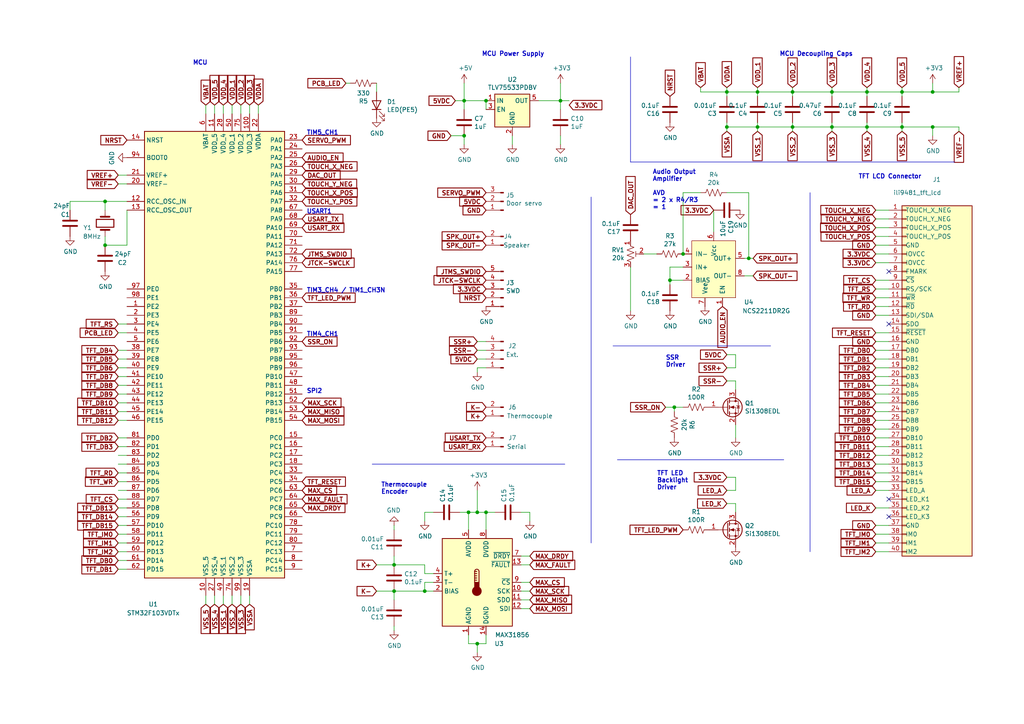
<source format=kicad_sch>
(kicad_sch (version 20230121) (generator eeschema)
  (paper "A4")
  (junction (at 270.51 26.67))
  (junction (at 135.89 148.59))
  (junction (at 219.71 26.67))
  (junction (at 261.62 36.83))
  (junction (at 140.97 148.59))
  (junction (at 134.62 29.21))
  (junction (at 114.3 171.45))
  (junction (at 210.82 36.83))
  (junction (at 123.19 171.45))
  (junction (at 241.3 26.67))
  (junction (at 198.12 73.66))
  (junction (at 251.46 26.67))
  (junction (at 270.51 36.83))
  (junction (at 140.97 29.21))
  (junction (at 134.62 39.37))
  (junction (at 229.87 26.67))
  (junction (at 210.82 26.67))
  (junction (at 229.87 36.83))
  (junction (at 30.48 58.42))
  (junction (at 217.17 74.93))
  (junction (at 114.3 163.83))
  (junction (at 241.3 36.83))
  (junction (at 261.62 26.67))
  (junction (at 30.48 71.12))
  (junction (at 138.43 186.69))
  (junction (at 194.31 81.28))
  (junction (at 195.58 118.11))
  (junction (at 219.71 36.83))
  (junction (at 162.56 29.21))
  (junction (at 138.43 148.59))
  (junction (at 251.46 36.83))
  (no_connect (at 257.81 149.86))
  (no_connect (at 257.81 93.98))
  (no_connect (at 257.81 144.78))
  (no_connect (at 257.81 78.74))
  (wire (pts (xy 162.56 24.13) (xy 162.56 29.21)))
  (wire (pts (xy 213.36 110.49) (xy 213.36 113.03)))
  (wire (pts (xy 219.71 26.67) (xy 229.87 26.67)))
  (wire (pts (xy 254 152.4) (xy 257.81 152.4)))
  (wire (pts (xy 254 76.2) (xy 257.81 76.2)))
  (wire (pts (xy 254 88.9) (xy 257.81 88.9)))
  (wire (pts (xy 254 106.68) (xy 257.81 106.68)))
  (wire (pts (xy 34.29 139.7) (xy 36.83 139.7)))
  (wire (pts (xy 254 96.52) (xy 257.81 96.52)))
  (wire (pts (xy 109.22 163.83) (xy 114.3 163.83)))
  (wire (pts (xy 138.43 148.59) (xy 140.97 148.59)))
  (wire (pts (xy 138.43 101.6) (xy 140.97 101.6)))
  (wire (pts (xy 254 114.3) (xy 257.81 114.3)))
  (wire (pts (xy 143.51 148.59) (xy 140.97 148.59)))
  (wire (pts (xy 114.3 152.4) (xy 114.3 153.67)))
  (wire (pts (xy 254 81.28) (xy 257.81 81.28)))
  (wire (pts (xy 138.43 107.95) (xy 138.43 106.68)))
  (wire (pts (xy 34.29 152.4) (xy 36.83 152.4)))
  (polyline (pts (xy 234.95 55.88) (xy 234.95 160.02)))
  (wire (pts (xy 215.9 80.01) (xy 218.44 80.01)))
  (wire (pts (xy 251.46 38.1) (xy 251.46 36.83)))
  (wire (pts (xy 278.13 36.83) (xy 278.13 38.1)))
  (wire (pts (xy 198.12 81.28) (xy 194.31 81.28)))
  (wire (pts (xy 229.87 36.83) (xy 229.87 38.1)))
  (wire (pts (xy 213.36 123.19) (xy 213.36 127)))
  (wire (pts (xy 59.69 172.72) (xy 59.69 175.26)))
  (polyline (pts (xy 182.88 46.99) (xy 182.88 16.51)))
  (wire (pts (xy 140.97 29.21) (xy 140.97 31.75)))
  (wire (pts (xy 186.69 73.66) (xy 190.5 73.66)))
  (wire (pts (xy 219.71 25.4) (xy 219.71 26.67)))
  (wire (pts (xy 34.29 137.16) (xy 36.83 137.16)))
  (wire (pts (xy 20.32 60.96) (xy 20.32 58.42)))
  (wire (pts (xy 261.62 38.1) (xy 261.62 36.83)))
  (wire (pts (xy 36.83 104.14) (xy 34.29 104.14)))
  (wire (pts (xy 210.82 26.67) (xy 203.2 26.67)))
  (wire (pts (xy 261.62 36.83) (xy 261.62 35.56)))
  (wire (pts (xy 254 109.22) (xy 257.81 109.22)))
  (wire (pts (xy 278.13 26.67) (xy 278.13 25.4)))
  (wire (pts (xy 34.29 134.62) (xy 36.83 134.62)))
  (wire (pts (xy 251.46 36.83) (xy 261.62 36.83)))
  (wire (pts (xy 34.29 147.32) (xy 36.83 147.32)))
  (wire (pts (xy 270.51 36.83) (xy 278.13 36.83)))
  (wire (pts (xy 217.17 74.93) (xy 218.44 74.93)))
  (wire (pts (xy 153.67 148.59) (xy 153.67 151.13)))
  (wire (pts (xy 254 129.54) (xy 257.81 129.54)))
  (wire (pts (xy 114.3 171.45) (xy 123.19 171.45)))
  (wire (pts (xy 229.87 35.56) (xy 229.87 36.83)))
  (wire (pts (xy 213.36 146.05) (xy 213.36 148.59)))
  (wire (pts (xy 34.29 121.92) (xy 36.83 121.92)))
  (wire (pts (xy 194.31 81.28) (xy 194.31 82.55)))
  (wire (pts (xy 34.29 149.86) (xy 36.83 149.86)))
  (wire (pts (xy 219.71 26.67) (xy 210.82 26.67)))
  (wire (pts (xy 254 134.62) (xy 257.81 134.62)))
  (wire (pts (xy 251.46 27.94) (xy 251.46 26.67)))
  (wire (pts (xy 219.71 38.1) (xy 219.71 36.83)))
  (wire (pts (xy 34.29 160.02) (xy 36.83 160.02)))
  (wire (pts (xy 219.71 36.83) (xy 210.82 36.83)))
  (wire (pts (xy 138.43 186.69) (xy 140.97 186.69)))
  (wire (pts (xy 219.71 36.83) (xy 219.71 35.56)))
  (wire (pts (xy 254 127) (xy 257.81 127)))
  (wire (pts (xy 229.87 27.94) (xy 229.87 26.67)))
  (wire (pts (xy 203.2 26.67) (xy 203.2 25.4)))
  (wire (pts (xy 217.17 55.88) (xy 217.17 74.93)))
  (wire (pts (xy 67.31 30.48) (xy 67.31 33.02)))
  (wire (pts (xy 254 142.24) (xy 257.81 142.24)))
  (wire (pts (xy 36.83 93.98) (xy 34.29 93.98)))
  (wire (pts (xy 194.31 77.47) (xy 194.31 81.28)))
  (wire (pts (xy 67.31 172.72) (xy 67.31 175.26)))
  (wire (pts (xy 210.82 146.05) (xy 213.36 146.05)))
  (wire (pts (xy 72.39 172.72) (xy 72.39 175.26)))
  (wire (pts (xy 270.51 26.67) (xy 278.13 26.67)))
  (wire (pts (xy 34.29 106.68) (xy 36.83 106.68)))
  (wire (pts (xy 254 160.02) (xy 257.81 160.02)))
  (wire (pts (xy 109.22 24.13) (xy 109.22 26.67)))
  (wire (pts (xy 254 73.66) (xy 257.81 73.66)))
  (wire (pts (xy 36.83 71.12) (xy 30.48 71.12)))
  (wire (pts (xy 138.43 99.06) (xy 140.97 99.06)))
  (wire (pts (xy 114.3 173.99) (xy 114.3 171.45)))
  (wire (pts (xy 69.85 30.48) (xy 69.85 33.02)))
  (wire (pts (xy 254 104.14) (xy 257.81 104.14)))
  (wire (pts (xy 34.29 101.6) (xy 36.83 101.6)))
  (wire (pts (xy 210.82 142.24) (xy 213.36 142.24)))
  (wire (pts (xy 254 83.82) (xy 257.81 83.82)))
  (wire (pts (xy 62.23 30.48) (xy 62.23 33.02)))
  (wire (pts (xy 198.12 55.88) (xy 203.2 55.88)))
  (wire (pts (xy 134.62 39.37) (xy 134.62 41.91)))
  (wire (pts (xy 135.89 148.59) (xy 138.43 148.59)))
  (wire (pts (xy 241.3 26.67) (xy 241.3 27.94)))
  (wire (pts (xy 254 157.48) (xy 257.81 157.48)))
  (wire (pts (xy 254 63.5) (xy 257.81 63.5)))
  (polyline (pts (xy 171.45 57.15) (xy 171.45 157.48)))
  (wire (pts (xy 151.13 161.29) (xy 153.67 161.29)))
  (wire (pts (xy 134.62 31.75) (xy 134.62 29.21)))
  (wire (pts (xy 134.62 24.13) (xy 134.62 29.21)))
  (wire (pts (xy 123.19 171.45) (xy 123.19 168.91)))
  (wire (pts (xy 151.13 171.45) (xy 153.67 171.45)))
  (wire (pts (xy 142.24 29.21) (xy 140.97 29.21)))
  (wire (pts (xy 148.59 39.37) (xy 148.59 41.91)))
  (wire (pts (xy 254 99.06) (xy 257.81 99.06)))
  (wire (pts (xy 261.62 26.67) (xy 270.51 26.67)))
  (wire (pts (xy 241.3 36.83) (xy 241.3 35.56)))
  (wire (pts (xy 151.13 173.99) (xy 153.67 173.99)))
  (wire (pts (xy 261.62 36.83) (xy 270.51 36.83)))
  (wire (pts (xy 162.56 29.21) (xy 162.56 31.75)))
  (wire (pts (xy 140.97 148.59) (xy 140.97 153.67)))
  (wire (pts (xy 36.83 119.38) (xy 34.29 119.38)))
  (wire (pts (xy 138.43 189.23) (xy 138.43 186.69)))
  (wire (pts (xy 254 139.7) (xy 257.81 139.7)))
  (wire (pts (xy 156.21 29.21) (xy 162.56 29.21)))
  (wire (pts (xy 251.46 36.83) (xy 251.46 35.56)))
  (wire (pts (xy 34.29 116.84) (xy 36.83 116.84)))
  (wire (pts (xy 162.56 39.37) (xy 162.56 41.91)))
  (wire (pts (xy 213.36 106.68) (xy 210.82 106.68)))
  (wire (pts (xy 138.43 104.14) (xy 140.97 104.14)))
  (wire (pts (xy 34.29 96.52) (xy 36.83 96.52)))
  (wire (pts (xy 36.83 109.22) (xy 34.29 109.22)))
  (wire (pts (xy 254 132.08) (xy 257.81 132.08)))
  (wire (pts (xy 34.29 162.56) (xy 36.83 162.56)))
  (wire (pts (xy 198.12 55.88) (xy 198.12 73.66)))
  (wire (pts (xy 34.29 129.54) (xy 36.83 129.54)))
  (wire (pts (xy 229.87 26.67) (xy 241.3 26.67)))
  (wire (pts (xy 132.08 29.21) (xy 134.62 29.21)))
  (wire (pts (xy 59.69 30.48) (xy 59.69 33.02)))
  (wire (pts (xy 114.3 181.61) (xy 114.3 182.88)))
  (wire (pts (xy 64.77 172.72) (xy 64.77 175.26)))
  (wire (pts (xy 34.29 157.48) (xy 36.83 157.48)))
  (wire (pts (xy 109.22 171.45) (xy 114.3 171.45)))
  (polyline (pts (xy 179.07 133.35) (xy 227.33 133.35)))
  (wire (pts (xy 34.29 50.8) (xy 36.83 50.8)))
  (wire (pts (xy 207.01 60.96) (xy 207.01 67.31)))
  (polyline (pts (xy 107.95 134.62) (xy 163.83 134.62)))
  (wire (pts (xy 74.93 30.48) (xy 74.93 33.02)))
  (wire (pts (xy 182.88 90.17) (xy 182.88 77.47)))
  (wire (pts (xy 151.13 176.53) (xy 153.67 176.53)))
  (wire (pts (xy 219.71 36.83) (xy 229.87 36.83)))
  (wire (pts (xy 198.12 77.47) (xy 194.31 77.47)))
  (wire (pts (xy 261.62 26.67) (xy 261.62 25.4)))
  (wire (pts (xy 135.89 148.59) (xy 135.89 153.67)))
  (wire (pts (xy 130.81 39.37) (xy 134.62 39.37)))
  (wire (pts (xy 134.62 29.21) (xy 140.97 29.21)))
  (wire (pts (xy 135.89 186.69) (xy 138.43 186.69)))
  (wire (pts (xy 254 116.84) (xy 257.81 116.84)))
  (polyline (pts (xy 276.86 46.99) (xy 182.88 46.99)))
  (wire (pts (xy 254 121.92) (xy 257.81 121.92)))
  (wire (pts (xy 254 68.58) (xy 257.81 68.58)))
  (wire (pts (xy 30.48 58.42) (xy 36.83 58.42)))
  (wire (pts (xy 114.3 163.83) (xy 123.19 163.83)))
  (wire (pts (xy 254 154.94) (xy 257.81 154.94)))
  (wire (pts (xy 34.29 53.34) (xy 36.83 53.34)))
  (wire (pts (xy 34.29 132.08) (xy 36.83 132.08)))
  (wire (pts (xy 151.13 168.91) (xy 153.67 168.91)))
  (wire (pts (xy 34.29 165.1) (xy 36.83 165.1)))
  (wire (pts (xy 254 91.44) (xy 257.81 91.44)))
  (wire (pts (xy 254 86.36) (xy 257.81 86.36)))
  (wire (pts (xy 213.36 142.24) (xy 213.36 138.43)))
  (wire (pts (xy 251.46 26.67) (xy 261.62 26.67)))
  (wire (pts (xy 215.9 74.93) (xy 217.17 74.93)))
  (wire (pts (xy 151.13 163.83) (xy 153.67 163.83)))
  (wire (pts (xy 125.73 171.45) (xy 123.19 171.45)))
  (wire (pts (xy 213.36 102.87) (xy 213.36 106.68)))
  (wire (pts (xy 261.62 27.94) (xy 261.62 26.67)))
  (wire (pts (xy 140.97 186.69) (xy 140.97 184.15)))
  (wire (pts (xy 34.29 142.24) (xy 36.83 142.24)))
  (wire (pts (xy 213.36 138.43) (xy 210.82 138.43)))
  (wire (pts (xy 36.83 60.96) (xy 36.83 71.12)))
  (wire (pts (xy 125.73 148.59) (xy 123.19 148.59)))
  (wire (pts (xy 135.89 184.15) (xy 135.89 186.69)))
  (wire (pts (xy 229.87 26.67) (xy 229.87 25.4)))
  (wire (pts (xy 123.19 163.83) (xy 123.19 166.37)))
  (wire (pts (xy 254 60.96) (xy 257.81 60.96)))
  (wire (pts (xy 64.77 30.48) (xy 64.77 33.02)))
  (wire (pts (xy 34.29 111.76) (xy 36.83 111.76)))
  (wire (pts (xy 123.19 166.37) (xy 125.73 166.37)))
  (wire (pts (xy 254 137.16) (xy 257.81 137.16)))
  (wire (pts (xy 241.3 38.1) (xy 241.3 36.83)))
  (wire (pts (xy 210.82 26.67) (xy 210.82 25.4)))
  (wire (pts (xy 138.43 142.24) (xy 138.43 148.59)))
  (polyline (pts (xy 177.8 100.33) (xy 223.52 100.33)))
  (wire (pts (xy 254 101.6) (xy 257.81 101.6)))
  (wire (pts (xy 195.58 119.38) (xy 195.58 118.11)))
  (wire (pts (xy 254 111.76) (xy 257.81 111.76)))
  (wire (pts (xy 219.71 26.67) (xy 219.71 27.94)))
  (wire (pts (xy 30.48 71.12) (xy 30.48 68.58)))
  (wire (pts (xy 20.32 58.42) (xy 30.48 58.42)))
  (wire (pts (xy 210.82 36.83) (xy 210.82 38.1)))
  (wire (pts (xy 62.23 172.72) (xy 62.23 175.26)))
  (wire (pts (xy 254 71.12) (xy 257.81 71.12)))
  (wire (pts (xy 100.33 24.13) (xy 101.6 24.13)))
  (wire (pts (xy 34.29 154.94) (xy 36.83 154.94)))
  (wire (pts (xy 30.48 58.42) (xy 30.48 60.96)))
  (wire (pts (xy 251.46 26.67) (xy 251.46 25.4)))
  (wire (pts (xy 133.35 148.59) (xy 135.89 148.59)))
  (wire (pts (xy 254 119.38) (xy 257.81 119.38)))
  (wire (pts (xy 125.73 168.91) (xy 123.19 168.91)))
  (wire (pts (xy 241.3 26.67) (xy 251.46 26.67)))
  (wire (pts (xy 270.51 36.83) (xy 270.51 39.37)))
  (wire (pts (xy 210.82 102.87) (xy 213.36 102.87)))
  (wire (pts (xy 254 66.04) (xy 257.81 66.04)))
  (wire (pts (xy 72.39 30.48) (xy 72.39 33.02)))
  (wire (pts (xy 270.51 26.67) (xy 270.51 24.13)))
  (wire (pts (xy 123.19 148.59) (xy 123.19 151.13)))
  (wire (pts (xy 36.83 114.3) (xy 34.29 114.3)))
  (wire (pts (xy 241.3 25.4) (xy 241.3 26.67)))
  (wire (pts (xy 229.87 36.83) (xy 241.3 36.83)))
  (wire (pts (xy 210.82 35.56) (xy 210.82 36.83)))
  (wire (pts (xy 151.13 148.59) (xy 153.67 148.59)))
  (wire (pts (xy 114.3 161.29) (xy 114.3 163.83)))
  (wire (pts (xy 195.58 118.11) (xy 198.12 118.11)))
  (wire (pts (xy 210.82 55.88) (xy 217.17 55.88)))
  (wire (pts (xy 138.43 106.68) (xy 140.97 106.68)))
  (wire (pts (xy 34.29 144.78) (xy 36.83 144.78)))
  (wire (pts (xy 210.82 27.94) (xy 210.82 26.67)))
  (wire (pts (xy 162.56 29.21) (xy 165.1 29.21)))
  (wire (pts (xy 210.82 110.49) (xy 213.36 110.49)))
  (wire (pts (xy 241.3 36.83) (xy 251.46 36.83)))
  (wire (pts (xy 34.29 127) (xy 36.83 127)))
  (wire (pts (xy 193.04 118.11) (xy 195.58 118.11)))
  (wire (pts (xy 69.85 172.72) (xy 69.85 175.26)))
  (wire (pts (xy 254 147.32) (xy 257.81 147.32)))
  (wire (pts (xy 254 124.46) (xy 257.81 124.46)))
  (text "MCU" (at 55.88 19.05 0) (effects (font (size 1.27 1.27) (thickness 0.254) bold) (justify left bottom)))
  (text "TFT LED\nBacklight\nDriver" (at 190.5 142.24 0) (effects (font (size 1.27 1.27) (thickness 0.254) bold) (justify left bottom)))
  (text "TIM5_CH1" (at 88.9 39.37 0) (effects (font (size 1.27 1.27) (thickness 0.254) bold) (justify left bottom)))
  (text "Thermocouple\nEncoder" (at 110.49 143.51 0) (effects (font (size 1.27 1.27) (thickness 0.254) bold) (justify left bottom)))
  (text "MCU Decoupling Caps" (at 226.06 16.51 0) (effects (font (size 1.27 1.27) (thickness 0.254) bold) (justify left bottom)))
  (text "SSR\nDriver" (at 193.04 106.68 0) (effects (font (size 1.27 1.27) (thickness 0.254) bold) (justify left bottom)))
  (text "SPI2" (at 88.9 114.3 0) (effects (font (size 1.27 1.27) (thickness 0.254) bold) (justify left bottom)))
  (text "TFT LCD Connector" (at 248.92 52.07 0) (effects (font (size 1.27 1.27) (thickness 0.254) bold) (justify left bottom)))
  (text "Audio Output\nAmplifier\n\nAVD\n= 2 x R4/R3\n= 1" (at 189.23 60.96 0) (effects (font (size 1.27 1.27) (thickness 0.254) bold) (justify left bottom)))
  (text "TIM4_CH1" (at 88.9 97.79 0) (effects (font (size 1.27 1.27) (thickness 0.254) bold) (justify left bottom)))
  (text "USART1" (at 88.9 62.23 0) (effects (font (size 1.27 1.27) (thickness 0.254) bold) (justify left bottom)))
  (text "TIM3_CH4 / TIM1_CH3N" (at 88.9 85.09 0) (effects (font (size 1.27 1.27) (thickness 0.254) bold) (justify left bottom)))
  (text "MCU Power Supply" (at 139.7 16.51 0) (effects (font (size 1.27 1.27) (thickness 0.254) bold) (justify left bottom)))
  (global_label "VDD_1" (shape input) (at 219.71 25.4 90) (effects (font (thickness 0.254) bold)) (property "Intersheetrefs" "${INTERSHEET_REFS}" (effects hide)))
  (global_label "MAX_SCK" (shape input) (at 153.67 171.45 0) (effects (font (thickness 0.254) bold)) (property "Intersheetrefs" "${INTERSHEET_REFS}" (effects hide)))
  (global_label "VSS_2" (shape input) (at 67.31 175.26 270) (effects (font (thickness 0.254) bold)) (property "Intersheetrefs" "${INTERSHEET_REFS}" (effects hide)))
  (global_label "TFT_WR" (shape input) (at 254 86.36 180) (effects (font (thickness 0.254) bold)) (property "Intersheetrefs" "${INTERSHEET_REFS}" (effects hide)))
  (global_label "TFT_DB6" (shape input) (at 34.29 106.68 180) (effects (font (thickness 0.254) bold)) (property "Intersheetrefs" "${INTERSHEET_REFS}" (effects hide)))
  (global_label "5VDC" (shape input) (at 140.97 58.42 180) (effects (font (thickness 0.254) bold)) (property "Intersheetrefs" "${INTERSHEET_REFS}" (effects hide)))
  (global_label "VDDA" (shape input) (at 210.82 25.4 90) (effects (font (thickness 0.254) bold)) (property "Intersheetrefs" "${INTERSHEET_REFS}" (effects hide)))
  (global_label "3.3VDC" (shape input) (at 207.01 60.96 180) (effects (font (thickness 0.254) bold)) (property "Intersheetrefs" "${INTERSHEET_REFS}" (effects hide)))
  (global_label "VREF-" (shape input) (at 34.29 53.34 180) (effects (font (thickness 0.254) bold)) (property "Intersheetrefs" "${INTERSHEET_REFS}" (effects hide)))
  (global_label "SERVO_PWM" (shape input) (at 87.63 40.64 0) (effects (font (thickness 0.254) bold)) (property "Intersheetrefs" "${INTERSHEET_REFS}" (effects hide)))
  (global_label "AUDIO_EN" (shape input) (at 87.63 45.72 0) (effects (font (thickness 0.254) bold)) (property "Intersheetrefs" "${INTERSHEET_REFS}" (effects hide)))
  (global_label "K-" (shape input) (at 140.97 118.11 180) (effects (font (thickness 0.254) bold)) (property "Intersheetrefs" "${INTERSHEET_REFS}" (effects hide)))
  (global_label "3.3VDC" (shape input) (at 254 73.66 180) (effects (font (thickness 0.254) bold)) (property "Intersheetrefs" "${INTERSHEET_REFS}" (effects hide)))
  (global_label "TFT_DB1" (shape input) (at 254 104.14 180) (effects (font (thickness 0.254) bold)) (property "Intersheetrefs" "${INTERSHEET_REFS}" (effects hide)))
  (global_label "5VDC" (shape input) (at 138.43 104.14 180) (effects (font (thickness 0.254) bold)) (property "Intersheetrefs" "${INTERSHEET_REFS}" (effects hide)))
  (global_label "TFT_DB2" (shape input) (at 34.29 127 180) (effects (font (thickness 0.254) bold)) (property "Intersheetrefs" "${INTERSHEET_REFS}" (effects hide)))
  (global_label "PCB_LED" (shape input) (at 100.33 24.13 180) (effects (font (thickness 0.254) bold)) (property "Intersheetrefs" "${INTERSHEET_REFS}" (effects hide)))
  (global_label "TFT_RESET" (shape input) (at 87.63 139.7 0) (effects (font (thickness 0.254) bold)) (property "Intersheetrefs" "${INTERSHEET_REFS}" (effects hide)))
  (global_label "LED_A" (shape input) (at 254 142.24 180) (effects (font (thickness 0.254) bold)) (property "Intersheetrefs" "${INTERSHEET_REFS}" (effects hide)))
  (global_label "3.3VDC" (shape input) (at 140.97 83.82 180) (effects (font (thickness 0.254) bold)) (property "Intersheetrefs" "${INTERSHEET_REFS}" (effects hide)))
  (global_label "TFT_DB4" (shape input) (at 34.29 101.6 180) (effects (font (thickness 0.254) bold)) (property "Intersheetrefs" "${INTERSHEET_REFS}" (effects hide)))
  (global_label "VDD_3" (shape input) (at 72.39 30.48 90) (effects (font (thickness 0.254) bold)) (property "Intersheetrefs" "${INTERSHEET_REFS}" (effects hide)))
  (global_label "MAX_DRDY" (shape input) (at 153.67 161.29 0) (effects (font (thickness 0.254) bold)) (property "Intersheetrefs" "${INTERSHEET_REFS}" (effects hide)))
  (global_label "TOUCH_Y_POS" (shape input) (at 254 68.58 180) (effects (font (thickness 0.254) bold)) (property "Intersheetrefs" "${INTERSHEET_REFS}" (effects hide)))
  (global_label "TOUCH_Y_NEG" (shape input) (at 87.63 53.34 0) (effects (font (thickness 0.254) bold)) (property "Intersheetrefs" "${INTERSHEET_REFS}" (effects hide)))
  (global_label "SPK_OUT-" (shape input) (at 140.97 71.12 180) (effects (font (thickness 0.254) bold)) (property "Intersheetrefs" "${INTERSHEET_REFS}" (effects hide)))
  (global_label "TFT_RD" (shape input) (at 254 88.9 180) (effects (font (thickness 0.254) bold)) (property "Intersheetrefs" "${INTERSHEET_REFS}" (effects hide)))
  (global_label "NRST" (shape input) (at 140.97 86.36 180) (effects (font (thickness 0.254) bold)) (property "Intersheetrefs" "${INTERSHEET_REFS}" (effects hide)))
  (global_label "TFT_DB2" (shape input) (at 254 106.68 180) (effects (font (thickness 0.254) bold)) (property "Intersheetrefs" "${INTERSHEET_REFS}" (effects hide)))
  (global_label "USART_RX" (shape input) (at 140.97 129.54 180) (effects (font (thickness 0.254) bold)) (property "Intersheetrefs" "${INTERSHEET_REFS}" (effects hide)))
  (global_label "VREF+" (shape input) (at 278.13 25.4 90) (effects (font (thickness 0.254) bold)) (property "Intersheetrefs" "${INTERSHEET_REFS}" (effects hide)))
  (global_label "VSSA" (shape input) (at 210.82 38.1 270) (effects (font (thickness 0.254) bold)) (property "Intersheetrefs" "${INTERSHEET_REFS}" (effects hide)))
  (global_label "GND" (shape input) (at 130.81 39.37 180) (effects (font (thickness 0.254) bold)) (property "Intersheetrefs" "${INTERSHEET_REFS}" (effects hide)))
  (global_label "TFT_IM2" (shape input) (at 254 160.02 180) (effects (font (thickness 0.254) bold)) (property "Intersheetrefs" "${INTERSHEET_REFS}" (effects hide)))
  (global_label "3.3VDC" (shape input) (at 254 76.2 180) (effects (font (thickness 0.254) bold)) (property "Intersheetrefs" "${INTERSHEET_REFS}" (effects hide)))
  (global_label "MAX_FAULT" (shape input) (at 153.67 163.83 0) (effects (font (thickness 0.254) bold)) (property "Intersheetrefs" "${INTERSHEET_REFS}" (effects hide)))
  (global_label "SPK_OUT-" (shape input) (at 218.44 80.01 0) (effects (font (thickness 0.254) bold)) (property "Intersheetrefs" "${INTERSHEET_REFS}" (effects hide)))
  (global_label "USART_RX" (shape input) (at 87.63 66.04 0) (effects (font (thickness 0.254) bold)) (property "Intersheetrefs" "${INTERSHEET_REFS}" (effects hide)))
  (global_label "SSR_ON" (shape input) (at 87.63 99.06 0) (effects (font (thickness 0.254) bold)) (property "Intersheetrefs" "${INTERSHEET_REFS}" (effects hide)))
  (global_label "VSS_5" (shape input) (at 261.62 38.1 270) (effects (font (thickness 0.254) bold)) (property "Intersheetrefs" "${INTERSHEET_REFS}" (effects hide)))
  (global_label "5VDC" (shape input) (at 210.82 102.87 180) (effects (font (thickness 0.254) bold)) (property "Intersheetrefs" "${INTERSHEET_REFS}" (effects hide)))
  (global_label "MAX_SCK" (shape input) (at 87.63 116.84 0) (effects (font (thickness 0.254) bold)) (property "Intersheetrefs" "${INTERSHEET_REFS}" (effects hide)))
  (global_label "VSS_1" (shape input) (at 64.77 175.26 270) (effects (font (thickness 0.254) bold)) (property "Intersheetrefs" "${INTERSHEET_REFS}" (effects hide)))
  (global_label "TOUCH_X_NEG" (shape input) (at 87.63 48.26 0) (effects (font (thickness 0.254) bold)) (property "Intersheetrefs" "${INTERSHEET_REFS}" (effects hide)))
  (global_label "TFT_DB7" (shape input) (at 34.29 109.22 180) (effects (font (thickness 0.254) bold)) (property "Intersheetrefs" "${INTERSHEET_REFS}" (effects hide)))
  (global_label "JTCK-SWCLK" (shape input) (at 87.63 76.2 0) (effects (font (thickness 0.254) bold)) (property "Intersheetrefs" "${INTERSHEET_REFS}" (effects hide)))
  (global_label "VDD_2" (shape input) (at 69.85 30.48 90) (effects (font (thickness 0.254) bold)) (property "Intersheetrefs" "${INTERSHEET_REFS}" (effects hide)))
  (global_label "DAC_OUT" (shape input) (at 87.63 50.8 0) (effects (font (thickness 0.254) bold)) (property "Intersheetrefs" "${INTERSHEET_REFS}" (effects hide)))
  (global_label "TOUCH_Y_NEG" (shape input) (at 254 63.5 180) (effects (font (thickness 0.254) bold)) (property "Intersheetrefs" "${INTERSHEET_REFS}" (effects hide)))
  (global_label "MAX_CS" (shape input) (at 153.67 168.91 0) (effects (font (thickness 0.254) bold)) (property "Intersheetrefs" "${INTERSHEET_REFS}" (effects hide)))
  (global_label "LED_K" (shape input) (at 210.82 146.05 180) (effects (font (thickness 0.254) bold)) (property "Intersheetrefs" "${INTERSHEET_REFS}" (effects hide)))
  (global_label "MAX_FAULT" (shape input) (at 87.63 144.78 0) (effects (font (thickness 0.254) bold)) (property "Intersheetrefs" "${INTERSHEET_REFS}" (effects hide)))
  (global_label "LED_K" (shape input) (at 254 147.32 180) (effects (font (thickness 0.254) bold)) (property "Intersheetrefs" "${INTERSHEET_REFS}" (effects hide)))
  (global_label "TFT_LED_PWM" (shape input) (at 87.63 86.36 0) (effects (font (thickness 0.254) bold)) (property "Intersheetrefs" "${INTERSHEET_REFS}" (effects hide)))
  (global_label "JTMS_SWDIO" (shape input) (at 140.97 78.74 180) (effects (font (thickness 0.254) bold)) (property "Intersheetrefs" "${INTERSHEET_REFS}" (effects hide)))
  (global_label "MAX_DRDY" (shape input) (at 87.63 147.32 0) (effects (font (thickness 0.254) bold)) (property "Intersheetrefs" "${INTERSHEET_REFS}" (effects hide)))
  (global_label "GND" (shape input) (at 254 71.12 180) (effects (font (thickness 0.254) bold)) (property "Intersheetrefs" "${INTERSHEET_REFS}" (effects hide)))
  (global_label "VBAT" (shape input) (at 59.69 30.48 90) (effects (font (thickness 0.254) bold)) (property "Intersheetrefs" "${INTERSHEET_REFS}" (effects hide)))
  (global_label "TOUCH_Y_POS" (shape input) (at 87.63 58.42 0) (effects (font (thickness 0.254) bold)) (property "Intersheetrefs" "${INTERSHEET_REFS}" (effects hide)))
  (global_label "TFT_DB10" (shape input) (at 254 127 180) (effects (font (thickness 0.254) bold)) (property "Intersheetrefs" "${INTERSHEET_REFS}" (effects hide)))
  (global_label "VSS_3" (shape input) (at 241.3 38.1 270) (effects (font (thickness 0.254) bold)) (property "Intersheetrefs" "${INTERSHEET_REFS}" (effects hide)))
  (global_label "3.3VDC" (shape input) (at 165.1 30.48 0) (effects (font (thickness 0.254) bold)) (property "Intersheetrefs" "${INTERSHEET_REFS}" (effects hide)))
  (global_label "5VDC" (shape input) (at 132.08 29.21 180) (effects (font (thickness 0.254) bold)) (property "Intersheetrefs" "${INTERSHEET_REFS}" (effects hide)))
  (global_label "JTCK-SWCLK" (shape input) (at 140.97 81.28 180) (effects (font (thickness 0.254) bold)) (property "Intersheetrefs" "${INTERSHEET_REFS}" (effects hide)))
  (global_label "TFT_IM2" (shape input) (at 34.29 160.02 180) (effects (font (thickness 0.254) bold)) (property "Intersheetrefs" "${INTERSHEET_REFS}" (effects hide)))
  (global_label "TFT_RS" (shape input) (at 34.29 93.98 180) (effects (font (thickness 0.254) bold)) (property "Intersheetrefs" "${INTERSHEET_REFS}" (effects hide)))
  (global_label "MAX_MOSI" (shape input) (at 153.67 176.53 0) (effects (font (thickness 0.254) bold)) (property "Intersheetrefs" "${INTERSHEET_REFS}" (effects hide)))
  (global_label "K+" (shape input) (at 140.97 120.65 180) (effects (font (thickness 0.254) bold)) (property "Intersheetrefs" "${INTERSHEET_REFS}" (effects hide)))
  (global_label "TFT_LED_PWM" (shape input) (at 198.12 153.67 180) (effects (font (thickness 0.254) bold)) (property "Intersheetrefs" "${INTERSHEET_REFS}" (effects hide)))
  (global_label "VREF-" (shape input) (at 278.13 38.1 270) (effects (font (thickness 0.254) bold)) (property "Intersheetrefs" "${INTERSHEET_REFS}" (effects hide)))
  (global_label "TFT_DB6" (shape input) (at 254 116.84 180) (effects (font (thickness 0.254) bold)) (property "Intersheetrefs" "${INTERSHEET_REFS}" (effects hide)))
  (global_label "USART_TX" (shape input) (at 140.97 127 180) (effects (font (thickness 0.254) bold)) (property "Intersheetrefs" "${INTERSHEET_REFS}" (effects hide)))
  (global_label "TFT_WR" (shape input) (at 34.29 139.7 180) (effects (font (thickness 0.254) bold)) (property "Intersheetrefs" "${INTERSHEET_REFS}" (effects hide)))
  (global_label "GND" (shape input) (at 254 152.4 180) (effects (font (thickness 0.254) bold)) (property "Intersheetrefs" "${INTERSHEET_REFS}" (effects hide)))
  (global_label "VREF+" (shape input) (at 34.29 50.8 180) (effects (font (thickness 0.254) bold)) (property "Intersheetrefs" "${INTERSHEET_REFS}" (effects hide)))
  (global_label "TFT_DB3" (shape input) (at 34.29 129.54 180) (effects (font (thickness 0.254) bold)) (property "Intersheetrefs" "${INTERSHEET_REFS}" (effects hide)))
  (global_label "VDD_4" (shape input) (at 251.46 25.4 90) (effects (font (thickness 0.254) bold)) (property "Intersheetrefs" "${INTERSHEET_REFS}" (effects hide)))
  (global_label "VDD_3" (shape input) (at 241.3 25.4 90) (effects (font (thickness 0.254) bold)) (property "Intersheetrefs" "${INTERSHEET_REFS}" (effects hide)))
  (global_label "TFT_DB5" (shape input) (at 34.29 104.14 180) (effects (font (thickness 0.254) bold)) (property "Intersheetrefs" "${INTERSHEET_REFS}" (effects hide)))
  (global_label "PCB_LED" (shape input) (at 34.29 96.52 180) (effects (font (thickness 0.254) bold)) (property "Intersheetrefs" "${INTERSHEET_REFS}" (effects hide)))
  (global_label "TFT_DB11" (shape input) (at 34.29 119.38 180) (effects (font (thickness 0.254) bold)) (property "Intersheetrefs" "${INTERSHEET_REFS}" (effects hide)))
  (global_label "VSSA" (shape input) (at 72.39 175.26 270) (effects (font (thickness 0.254) bold)) (property "Intersheetrefs" "${INTERSHEET_REFS}" (effects hide)))
  (global_label "TFT_DB1" (shape input) (at 34.29 165.1 180) (effects (font (thickness 0.254) bold)) (property "Intersheetrefs" "${INTERSHEET_REFS}" (effects hide)))
  (global_label "TFT_CS" (shape input) (at 254 81.28 180) (effects (font (thickness 0.254) bold)) (property "Intersheetrefs" "${INTERSHEET_REFS}" (effects hide)))
  (global_label "TFT_DB13" (shape input) (at 34.29 147.32 180) (effects (font (thickness 0.254) bold)) (property "Intersheetrefs" "${INTERSHEET_REFS}" (effects hide)))
  (global_label "K-" (shape input) (at 109.22 171.45 180) (effects (font (thickness 0.254) bold)) (property "Intersheetrefs" "${INTERSHEET_REFS}" (effects hide)))
  (global_label "TFT_RS" (shape input) (at 254 83.82 180) (effects (font (thickness 0.254) bold)) (property "Intersheetrefs" "${INTERSHEET_REFS}" (effects hide)))
  (global_label "VDD_1" (shape input) (at 67.31 30.48 90) (effects (font (thickness 0.254) bold)) (property "Intersheetrefs" "${INTERSHEET_REFS}" (effects hide)))
  (global_label "TFT_RESET" (shape input) (at 254 96.52 180) (effects (font (thickness 0.254) bold)) (property "Intersheetrefs" "${INTERSHEET_REFS}" (effects hide)))
  (global_label "SPK_OUT+" (shape input) (at 218.44 74.93 0) (effects (font (thickness 0.254) bold)) (property "Intersheetrefs" "${INTERSHEET_REFS}" (effects hide)))
  (global_label "MAX_CS" (shape input) (at 87.63 142.24 0) (effects (font (thickness 0.254) bold)) (property "Intersheetrefs" "${INTERSHEET_REFS}" (effects hide)))
  (global_label "MAX_MOSI" (shape input) (at 87.63 121.92 0) (effects (font (thickness 0.254) bold)) (property "Intersheetrefs" "${INTERSHEET_REFS}" (effects hide)))
  (global_label "NRST" (shape input) (at 194.31 27.94 90) (effects (font (thickness 0.254) bold)) (property "Intersheetrefs" "${INTERSHEET_REFS}" (effects hide)))
  (global_label "SSR_ON" (shape input) (at 193.04 118.11 180) (effects (font (thickness 0.254) bold)) (property "Intersheetrefs" "${INTERSHEET_REFS}" (effects hide)))
  (global_label "MAX_MISO" (shape input) (at 153.67 173.99 0) (effects (font (thickness 0.254) bold)) (property "Intersheetrefs" "${INTERSHEET_REFS}" (effects hide)))
  (global_label "TFT_DB4" (shape input) (at 254 111.76 180) (effects (font (thickness 0.254) bold)) (property "Intersheetrefs" "${INTERSHEET_REFS}" (effects hide)))
  (global_label "TFT_DB10" (shape input) (at 34.29 116.84 180) (effects (font (thickness 0.254) bold)) (property "Intersheetrefs" "${INTERSHEET_REFS}" (effects hide)))
  (global_label "TFT_DB15" (shape input) (at 254 139.7 180) (effects (font (thickness 0.254) bold)) (property "Intersheetrefs" "${INTERSHEET_REFS}" (effects hide)))
  (global_label "VSS_1" (shape input) (at 219.71 38.1 270) (effects (font (thickness 0.254) bold)) (property "Intersheetrefs" "${INTERSHEET_REFS}" (effects hide)))
  (global_label "TFT_DB11" (shape input) (at 254 129.54 180) (effects (font (thickness 0.254) bold)) (property "Intersheetrefs" "${INTERSHEET_REFS}" (effects hide)))
  (global_label "USART_TX" (shape input) (at 87.63 63.5 0) (effects (font (thickness 0.254) bold)) (property "Intersheetrefs" "${INTERSHEET_REFS}" (effects hide)))
  (global_label "SSR+" (shape input) (at 138.43 99.06 180) (effects (font (thickness 0.254) bold)) (property "Intersheetrefs" "${INTERSHEET_REFS}" (effects hide)))
  (global_label "TFT_DB12" (shape input) (at 254 132.08 180) (effects (font (thickness 0.254) bold)) (property "Intersheetrefs" "${INTERSHEET_REFS}" (effects hide)))
  (global_label "AUDIO_EN" (shape input) (at 209.55 88.9 270) (effects (font (thickness 0.254) bold)) (property "Intersheetrefs" "${INTERSHEET_REFS}" (effects hide)))
  (global_label "VSS_5" (shape input) (at 59.69 175.26 270) (effects (font (thickness 0.254) bold)) (property "Intersheetrefs" "${INTERSHEET_REFS}" (effects hide)))
  (global_label "TFT_DB0" (shape input) (at 254 101.6 180) (effects (font (thickness 0.254) bold)) (property "Intersheetrefs" "${INTERSHEET_REFS}" (effects hide)))
  (global_label "TFT_IM1" (shape input) (at 34.29 157.48 180) (effects (font (thickness 0.254) bold)) (property "Intersheetrefs" "${INTERSHEET_REFS}" (effects hide)))
  (global_label "SSR-" (shape input) (at 138.43 101.6 180) (effects (font (thickness 0.254) bold)) (property "Intersheetrefs" "${INTERSHEET_REFS}" (effects hide)))
  (global_label "VDDA" (shape input) (at 74.93 30.48 90) (effects (font (thickness 0.254) bold)) (property "Intersheetrefs" "${INTERSHEET_REFS}" (effects hide)))
  (global_label "SSR-" (shape input) (at 210.82 110.49 180) (effects (font (thickness 0.254) bold)) (property "Intersheetrefs" "${INTERSHEET_REFS}" (effects hide)))
  (global_label "TFT_DB14" (shape input) (at 34.29 149.86 180) (effects (font (thickness 0.254) bold)) (property "Intersheetrefs" "${INTERSHEET_REFS}" (effects hide)))
  (global_label "3.3VDC" (shape input) (at 210.82 138.43 180) (effects (font (thickness 0.254) bold)) (property "Intersheetrefs" "${INTERSHEET_REFS}" (effects hide)))
  (global_label "TFT_IM0" (shape input) (at 34.29 154.94 180) (effects (font (thickness 0.254) bold)) (property "Intersheetrefs" "${INTERSHEET_REFS}" (effects hide)))
  (global_label "GND" (shape input) (at 140.97 60.96 180) (effects (font (thickness 0.254) bold)) (property "Intersheetrefs" "${INTERSHEET_REFS}" (effects hide)))
  (global_label "SSR+" (shape input) (at 210.82 106.68 180) (effects (font (thickness 0.254) bold)) (property "Intersheetrefs" "${INTERSHEET_REFS}" (effects hide)))
  (global_label "TFT_CS" (shape input) (at 34.29 144.78 180) (effects (font (thickness 0.254) bold)) (property "Intersheetrefs" "${INTERSHEET_REFS}" (effects hide)))
  (global_label "DAC_OUT" (shape input) (at 182.88 62.23 90) (effects (font (thickness 0.254) bold)) (property "Intersheetrefs" "${INTERSHEET_REFS}" (effects hide)))
  (global_label "VDD_2" (shape input) (at 229.87 25.4 90) (effects (font (thickness 0.254) bold)) (property "Intersheetrefs" "${INTERSHEET_REFS}" (effects hide)))
  (global_label "VDD_4" (shape input) (at 64.77 30.48 90) (effects (font (thickness 0.254) bold)) (property "Intersheetrefs" "${INTERSHEET_REFS}" (effects hide)))
  (global_label "TFT_DB7" (shape input) (at 254 119.38 180) (effects (font (thickness 0.254) bold)) (property "Intersheetrefs" "${INTERSHEET_REFS}" (effects hide)))
  (global_label "TFT_DB8" (shape input) (at 34.29 111.76 180) (effects (font (thickness 0.254) bold)) (property "Intersheetrefs" "${INTERSHEET_REFS}" (effects hide)))
  (global_label "TOUCH_X_NEG" (shape input) (at 254 60.96 180) (effects (font (thickness 0.254) bold)) (property "Intersheetrefs" "${INTERSHEET_REFS}" (effects hide)))
  (global_label "K+" (shape input) (at 109.22 163.83 180) (effects (font (thickness 0.254) bold)) (property "Intersheetrefs" "${INTERSHEET_REFS}" (effects hide)))
  (global_label "TFT_DB9" (shape input) (at 34.29 114.3 180) (effects (font (thickness 0.254) bold)) (property "Intersheetrefs" "${INTERSHEET_REFS}" (effects hide)))
  (global_label "GND" (shape input) (at 254 99.06 180) (effects (font (thickness 0.254) bold)) (property "Intersheetrefs" "${INTERSHEET_REFS}" (effects hide)))
  (global_label "JTMS_SWDIO" (shape input) (at 87.63 73.66 0) (effects (font (thickness 0.254) bold)) (property "Intersheetrefs" "${INTERSHEET_REFS}" (effects hide)))
  (global_label "MAX_MISO" (shape input) (at 87.63 119.38 0) (effects (font (thickness 0.254) bold)) (property "Intersheetrefs" "${INTERSHEET_REFS}" (effects hide)))
  (global_label "SPK_OUT+" (shape input) (at 140.97 68.58 180) (effects (font (thickness 0.254) bold)) (property "Intersheetrefs" "${INTERSHEET_REFS}" (effects hide)))
  (global_label "TOUCH_X_POS" (shape input) (at 254 66.04 180) (effects (font (thickness 0.254) bold)) (property "Intersheetrefs" "${INTERSHEET_REFS}" (effects hide)))
  (global_label "VDD_5" (shape input) (at 62.23 30.48 90) (effects (font (thickness 0.254) bold)) (property "Intersheetrefs" "${INTERSHEET_REFS}" (effects hide)))
  (global_label "TFT_RD" (shape input) (at 34.29 137.16 180) (effects (font (thickness 0.254) bold)) (property "Intersheetrefs" "${INTERSHEET_REFS}" (effects hide)))
  (global_label "TFT_DB3" (shape input) (at 254 109.22 180) (effects (font (thickness 0.254) bold)) (property "Intersheetrefs" "${INTERSHEET_REFS}" (effects hide)))
  (global_label "VDD_5" (shape input) (at 261.62 25.4 90) (effects (font (thickness 0.254) bold)) (property "Intersheetrefs" "${INTERSHEET_REFS}" (effects hide)))
  (global_label "TFT_IM1" (shape input) (at 254 157.48 180) (effects (font (thickness 0.254) bold)) (property "Intersheetrefs" "${INTERSHEET_REFS}" (effects hide)))
  (global_label "NRST" (shape input) (at 36.83 40.64 180) (effects (font (thickness 0.254) bold)) (property "Intersheetrefs" "${INTERSHEET_REFS}" (effects hide)))
  (global_label "TFT_DB9" (shape input) (at 254 124.46 180) (effects (font (thickness 0.254) bold)) (property "Intersheetrefs" "${INTERSHEET_REFS}" (effects hide)))
  (global_label "VSS_3" (shape input) (at 69.85 175.26 270) (effects (font (thickness 0.254) bold)) (property "Intersheetrefs" "${INTERSHEET_REFS}" (effects hide)))
  (global_label "TFT_DB15" (shape input) (at 34.29 152.4 180) (effects (font (thickness 0.254) bold)) (property "Intersheetrefs" "${INTERSHEET_REFS}" (effects hide)))
  (global_label "VSS_4" (shape input) (at 251.46 38.1 270) (effects (font (thickness 0.254) bold)) (property "Intersheetrefs" "${INTERSHEET_REFS}" (effects hide)))
  (global_label "VBAT" (shape input) (at 203.2 25.4 90) (effects (font (thickness 0.254) bold)) (property "Intersheetrefs" "${INTERSHEET_REFS}" (effects hide)))
  (global_label "TFT_DB13" (shape input) (at 254 134.62 180) (effects (font (thickness 0.254) bold)) (property "Intersheetrefs" "${INTERSHEET_REFS}" (effects hide)))
  (global_label "TFT_DB14" (shape input) (at 254 137.16 180) (effects (font (thickness 0.254) bold)) (property "Intersheetrefs" "${INTERSHEET_REFS}" (effects hide)))
  (global_label "TOUCH_X_POS" (shape input) (at 87.63 55.88 0) (effects (font (thickness 0.254) bold)) (property "Intersheetrefs" "${INTERSHEET_REFS}" (effects hide)))
  (global_label "TFT_IM0" (shape input) (at 254 154.94 180) (effects (font (thickness 0.254) bold)) (property "Intersheetrefs" "${INTERSHEET_REFS}" (effects hide)))
  (global_label "GND" (shape input) (at 254 91.44 180) (effects (font (thickness 0.254) bold)) (property "Intersheetrefs" "${INTERSHEET_REFS}" (effects hide)))
  (global_label "SERVO_PWM" (shape input) (at 140.97 55.88 180) (effects (font (thickness 0.254) bold)) (property "Intersheetrefs" "${INTERSHEET_REFS}" (effects hide)))
  (global_label "TFT_DB12" (shape input) (at 34.29 121.92 180) (effects (font (thickness 0.254) bold)) (property "Intersheetrefs" "${INTERSHEET_REFS}" (effects hide)))
  (global_label "TFT_DB5" (shape input) (at 254 114.3 180) (effects (font (thickness 0.254) bold)) (property "Intersheetrefs" "${INTERSHEET_REFS}" (effects hide)))
  (global_label "LED_A" (shape input) (at 210.82 142.24 180) (effects (font (thickness 0.254) bold)) (property "Intersheetrefs" "${INTERSHEET_REFS}" (effects hide)))
  (global_label "TFT_DB8" (shape input) (at 254 121.92 180) (effects (font (thickness 0.254) bold)) (property "Intersheetrefs" "${INTERSHEET_REFS}" (effects hide)))
  (global_label "VSS_4" (shape input) (at 62.23 175.26 270) (effects (font (thickness 0.254) bold)) (property "Intersheetrefs" "${INTERSHEET_REFS}" (effects hide)))
  (global_label "VSS_2" (shape input) (at 229.87 38.1 270) (effects (font (thickness 0.254) bold)) (property "Intersheetrefs" "${INTERSHEET_REFS}" (effects hide)))
  (global_label "TFT_DB0" (shape input) (at 34.29 162.56 180) (effects (font (thickness 0.254) bold)) (property "Intersheetrefs" "${INTERSHEET_REFS}" (effects hide)))
  (symbol (lib_id "Sensor_Temperature:MAX31856") (at 138.43 168.91 0) (unit 1)
    (property "Reference" "U3" (at 144.78 186.69 0))
    (property "Value" "MAX31856" (at 148.59 184.15 0))
    (property "Footprint" "Package_SO:TSSOP-14_4.4x5mm_P0.65mm" (effects hide))
    (property "Datasheet" "https://datasheets.maximintegrated.com/en/ds/MAX31856.pdf" (effects hide))
  )
  (symbol (lib_id "reflow-toaster-mainboard-rescue:Conn_01x04_Male-Connector") (at 146.05 104.14 180) (unit 1)
    (property "Reference" "J2" (at 148.59 100.33 0))
    (property "Value" "Ext." (at 148.59 102.87 0))
    (property "Footprint" "Connector_PinHeader_2.54mm:PinHeader_1x04_P2.54mm_Horizontal" (effects hide))
  )
  (symbol (lib_id "power:+5V") (at 134.62 24.13 0) (unit 1)
    (property "Reference" "#PWR04" (effects hide))
    (property "Value" "+5V" (at 135.001 19.7358 0))
  )
  (symbol (lib_id "reflow-toaster-mainboard-rescue:ili9481_tft_lcd_connector-ili9481_lcd_module") (at 269.24 109.22 0) (unit 1)
    (property "Reference" "J1" (at 270.51 52.07 0) (effects (justify left)))
    (property "Value" "ili9481_tft_lcd" (at 259.08 55.88 0) (effects (justify left)))
    (property "Footprint" "Connector_FFC-FPC:Hirose_FH12-40S-0.5SH_1x40-1MP_P0.50mm_Horizontal" (effects hide))
  )
  (symbol (lib_id "Device:Crystal") (at 30.48 64.77 90) (unit 1)
    (property "Reference" "Y1" (at 25.4 66.04 90))
    (property "Value" "8MHz" (at 26.67 68.58 90))
    (property "Footprint" "Crystal:Crystal_SMD_7050-2Pin_7.0x5.0mm_HandSoldering" (effects hide))
  )
  (symbol (lib_id "reflow-toaster-mainboard-rescue:+3.3V-power") (at 162.56 24.13 0) (unit 1)
    (property "Reference" "#PWR08" (effects hide))
    (property "Value" "+3.3V" (at 162.941 19.7358 0))
  )
  (symbol (lib_id "power:GND") (at 138.43 107.95 0) (unit 1)
    (property "Reference" "#PWR017" (effects hide))
    (property "Value" "GND" (at 138.557 112.3442 0))
  )
  (symbol (lib_id "power:GND") (at 138.43 189.23 0) (unit 1)
    (property "Reference" "#PWR014" (effects hide))
    (property "Value" "GND" (at 138.557 193.6242 0))
  )
  (symbol (lib_id "reflow-toaster-mainboard-rescue:+3.3V-power") (at 138.43 142.24 0) (unit 1)
    (property "Reference" "#PWR013" (effects hide))
    (property "Value" "+3.3V" (at 138.811 137.8458 0))
  )
  (symbol (lib_id "Device:C") (at 114.3 177.8 180) (unit 1)
    (property "Reference" "C13" (at 111.379 178.9684 0) (effects (justify left)))
    (property "Value" "0.01uF" (at 111.379 176.657 0) (effects (justify left)))
    (property "Footprint" "Capacitor_SMD:C_0402_1005Metric" (effects hide))
  )
  (symbol (lib_id "Device:C") (at 114.3 167.64 0) (unit 1)
    (property "Reference" "C12" (at 117.221 166.4716 0) (effects (justify left)))
    (property "Value" "0.1uF" (at 117.221 168.783 0) (effects (justify left)))
    (property "Footprint" "Capacitor_SMD:C_0402_1005Metric" (effects hide))
  )
  (symbol (lib_id "Device:C") (at 129.54 148.59 90) (unit 1)
    (property "Reference" "C14" (at 128.3716 145.669 0) (effects (justify left)))
    (property "Value" "0.1uF" (at 130.683 145.669 0) (effects (justify left)))
    (property "Footprint" "Capacitor_SMD:C_0402_1005Metric" (effects hide))
  )
  (symbol (lib_id "Device:C") (at 147.32 148.59 90) (unit 1)
    (property "Reference" "C15" (at 146.1516 145.669 0) (effects (justify left)))
    (property "Value" "0.1uF" (at 148.463 145.669 0) (effects (justify left)))
    (property "Footprint" "Capacitor_SMD:C_0402_1005Metric" (effects hide))
  )
  (symbol (lib_id "power:GND") (at 153.67 151.13 0) (unit 1)
    (property "Reference" "#PWR015" (effects hide))
    (property "Value" "GND" (at 153.797 155.5242 0))
  )
  (symbol (lib_id "power:GND") (at 123.19 151.13 0) (unit 1)
    (property "Reference" "#PWR012" (effects hide))
    (property "Value" "GND" (at 123.317 155.5242 0))
  )
  (symbol (lib_id "power:GND") (at 114.3 182.88 0) (unit 1)
    (property "Reference" "#PWR011" (effects hide))
    (property "Value" "GND" (at 114.427 187.2742 0))
  )
  (symbol (lib_id "Device:C") (at 114.3 157.48 180) (unit 1)
    (property "Reference" "C11" (at 111.379 158.6484 0) (effects (justify left)))
    (property "Value" "0.01uF" (at 111.379 156.337 0) (effects (justify left)))
    (property "Footprint" "Capacitor_SMD:C_0402_1005Metric" (effects hide))
  )
  (symbol (lib_id "power:GND") (at 114.3 152.4 180) (unit 1)
    (property "Reference" "#PWR010" (effects hide))
    (property "Value" "GND" (at 114.173 148.0058 0))
  )
  (symbol (lib_id "reflow-toaster-mainboard-rescue:STM32F103VDTx-MyMCU") (at 62.23 101.6 0) (unit 1)
    (property "Reference" "U1" (at 44.45 175.26 0))
    (property "Value" "STM32F103VDTx" (at 44.45 177.8 0))
    (property "Footprint" "Package_QFP:LQFP-100_14x14mm_P0.5mm" (effects hide))
    (property "Datasheet" "http://www.st.com/st-web-ui/static/active/en/resource/technical/document/datasheet/CD00191185.pdf" (effects hide))
  )
  (symbol (lib_id "reflow-toaster-mainboard-rescue:TLV75533PDBV-Regulator_Linear") (at 148.59 31.75 0) (unit 1)
    (property "Reference" "U2" (at 148.59 23.0632 0))
    (property "Value" "TLV75533PDBV" (at 148.59 25.3746 0))
    (property "Footprint" "Package_TO_SOT_SMD:SOT-23-5" (effects hide))
    (property "Datasheet" "http://www.ti.com/lit/ds/symlink/tlv755p.pdf" (effects hide))
  )
  (symbol (lib_id "Device:C") (at 134.62 35.56 0) (unit 1)
    (property "Reference" "C7" (at 137.541 34.3916 0) (effects (justify left)))
    (property "Value" "1uF" (at 137.541 36.703 0) (effects (justify left)))
    (property "Footprint" "Capacitor_SMD:C_0402_1005Metric" (effects hide))
  )
  (symbol (lib_id "Device:C") (at 162.56 35.56 0) (unit 1)
    (property "Reference" "C10" (at 165.481 34.3916 0) (effects (justify left)))
    (property "Value" "1uF" (at 165.481 36.703 0) (effects (justify left)))
    (property "Footprint" "Capacitor_SMD:C_0402_1005Metric" (effects hide))
  )
  (symbol (lib_id "power:GND") (at 148.59 41.91 0) (unit 1)
    (property "Reference" "#PWR05" (effects hide))
    (property "Value" "GND" (at 148.717 46.3042 0))
  )
  (symbol (lib_id "power:GND") (at 162.56 41.91 0) (unit 1)
    (property "Reference" "#PWR09" (effects hide))
    (property "Value" "GND" (at 162.687 46.3042 0))
  )
  (symbol (lib_id "power:GND") (at 134.62 41.91 0) (unit 1)
    (property "Reference" "#PWR03" (effects hide))
    (property "Value" "GND" (at 134.747 46.3042 0))
  )
  (symbol (lib_id "Device:C") (at 251.46 31.75 180) (unit 1)
    (property "Reference" "C8" (at 248.539 32.9184 0) (effects (justify left)))
    (property "Value" "0.1uF" (at 248.539 30.607 0) (effects (justify left)))
    (property "Footprint" "Capacitor_SMD:C_0402_1005Metric" (effects hide))
  )
  (symbol (lib_id "Device:C") (at 241.3 31.75 180) (unit 1)
    (property "Reference" "C6" (at 238.379 32.9184 0) (effects (justify left)))
    (property "Value" "0.47uF" (at 238.379 30.607 0) (effects (justify left)))
    (property "Footprint" "Capacitor_SMD:C_0402_1005Metric" (effects hide))
  )
  (symbol (lib_id "Device:C") (at 261.62 31.75 180) (unit 1)
    (property "Reference" "C9" (at 258.699 32.9184 0) (effects (justify left)))
    (property "Value" "0.1uF" (at 258.699 30.607 0) (effects (justify left)))
    (property "Footprint" "Capacitor_SMD:C_0402_1005Metric" (effects hide))
  )
  (symbol (lib_id "Device:C") (at 229.87 31.75 180) (unit 1)
    (property "Reference" "C5" (at 226.949 32.9184 0) (effects (justify left)))
    (property "Value" "0.1uF" (at 226.949 30.607 0) (effects (justify left)))
    (property "Footprint" "Capacitor_SMD:C_0402_1005Metric" (effects hide))
  )
  (symbol (lib_id "Device:C") (at 219.71 31.75 180) (unit 1)
    (property "Reference" "C4" (at 216.789 32.9184 0) (effects (justify left)))
    (property "Value" "0.1uF" (at 216.789 30.607 0) (effects (justify left)))
    (property "Footprint" "Capacitor_SMD:C_0402_1005Metric" (effects hide))
  )
  (symbol (lib_id "Device:C") (at 194.31 31.75 180) (unit 1)
    (property "Reference" "C16" (at 191.389 32.9184 0) (effects (justify left)))
    (property "Value" "0.1uF" (at 191.389 30.607 0) (effects (justify left)))
    (property "Footprint" "Capacitor_SMD:C_0402_1005Metric" (effects hide))
  )
  (symbol (lib_id "power:GND") (at 194.31 35.56 0) (unit 1)
    (property "Reference" "#PWR0104" (effects hide))
    (property "Value" "GND" (at 194.437 39.9542 0))
  )
  (symbol (lib_id "reflow-toaster-mainboard-rescue:Conn_01x02_Male-Connector") (at 146.05 71.12 180) (unit 1)
    (property "Reference" "J4" (at 147.32 68.58 0))
    (property "Value" "Speaker" (at 149.86 71.12 0))
    (property "Footprint" "Connector_JST:JST_PH_S2B-PH-K_1x02_P2.00mm_Horizontal" (effects hide))
  )
  (symbol (lib_id "Device:R_US") (at 194.31 73.66 270) (unit 1)
    (property "Reference" "R3" (at 194.31 68.453 90))
    (property "Value" "27k" (at 194.31 70.7644 90))
    (property "Footprint" "Resistor_SMD:R_0603_1608Metric" (effects hide))
  )
  (symbol (lib_id "Device:LED") (at 109.22 30.48 90) (unit 1)
    (property "Reference" "D1" (at 112.2172 29.5148 90) (effects (justify right)))
    (property "Value" "LED(PE5)" (at 112.2172 31.8262 90) (effects (justify right)))
    (property "Footprint" "Diode_SMD:D_0603_1608Metric" (effects hide))
  )
  (symbol (lib_id "power:GND") (at 109.22 34.29 0) (unit 1)
    (property "Reference" "#PWR022" (effects hide))
    (property "Value" "GND" (at 109.347 38.6842 0))
  )
  (symbol (lib_id "power:GND") (at 270.51 39.37 0) (unit 1)
    (property "Reference" "#PWR07" (effects hide))
    (property "Value" "GND" (at 270.637 43.7642 0))
  )
  (symbol (lib_id "power:GND") (at 204.47 88.9 0) (unit 1)
    (property "Reference" "#PWR019" (effects hide))
    (property "Value" "GND" (at 204.597 93.2942 0))
  )
  (symbol (lib_id "Device:C") (at 182.88 66.04 180) (unit 1)
    (property "Reference" "C17" (at 179.959 67.2084 0) (effects (justify left)))
    (property "Value" "0.1uF" (at 179.959 64.897 0) (effects (justify left)))
    (property "Footprint" "Capacitor_SMD:C_0402_1005Metric" (effects hide))
  )
  (symbol (lib_id "reflow-toaster-mainboard-rescue:+3.3V-power") (at 270.51 24.13 0) (unit 1)
    (property "Reference" "#PWR06" (effects hide))
    (property "Value" "+3.3V" (at 270.891 19.7358 0))
  )
  (symbol (lib_id "Device:C") (at 210.82 31.75 180) (unit 1)
    (property "Reference" "C3" (at 207.899 32.9184 0) (effects (justify left)))
    (property "Value" "0.01uF" (at 207.899 30.607 0) (effects (justify left)))
    (property "Footprint" "Capacitor_SMD:C_0402_1005Metric" (effects hide))
  )
  (symbol (lib_id "Device:R_US") (at 195.58 123.19 180) (unit 1)
    (property "Reference" "R6" (at 200.787 123.19 90))
    (property "Value" "20k" (at 198.4756 123.19 90))
    (property "Footprint" "Resistor_SMD:R_0603_1608Metric" (effects hide))
  )
  (symbol (lib_id "power:GND") (at 195.58 127 0) (unit 1)
    (property "Reference" "#PWR021" (effects hide))
    (property "Value" "GND" (at 195.707 131.3942 0))
  )
  (symbol (lib_id "Device:Q_NMOS_GSD") (at 210.82 118.11 0) (unit 1)
    (property "Reference" "Q1" (at 216.027 116.9416 0) (effects (justify left)))
    (property "Value" "Si1308EDL" (at 216.027 119.253 0) (effects (justify left)))
    (property "Footprint" "Package_TO_SOT_SMD:SOT-323_SC-70" (effects hide))
  )
  (symbol (lib_id "power:GND") (at 213.36 127 0) (unit 1)
    (property "Reference" "#PWR016" (effects hide))
    (property "Value" "GND" (at 213.487 131.3942 0))
  )
  (symbol (lib_id "reflow-toaster-mainboard-rescue:Conn_01x03_Male-Connector") (at 146.05 58.42 180) (unit 1)
    (property "Reference" "J5" (at 146.7612 56.642 0) (effects (justify right)))
    (property "Value" "Door servo" (at 146.7612 58.9534 0) (effects (justify right)))
    (property "Footprint" "Connector_PinHeader_2.54mm:PinHeader_1x03_P2.54mm_Horizontal" (effects hide))
  )
  (symbol (lib_id "Device:C") (at 194.31 86.36 180) (unit 1)
    (property "Reference" "C18" (at 191.389 87.5284 0) (effects (justify left)))
    (property "Value" "0.1uF" (at 191.389 85.217 0) (effects (justify left)))
    (property "Footprint" "Capacitor_SMD:C_0402_1005Metric" (effects hide))
  )
  (symbol (lib_id "reflow-toaster-mainboard-rescue:R_POT_TRIM_US-Device") (at 182.88 73.66 0) (unit 1)
    (property "Reference" "RV1" (at 181.1528 72.4916 0) (effects (justify right)))
    (property "Value" "20k" (at 181.1528 74.803 0) (effects (justify right)))
    (property "Footprint" "trimmer_panasonic:Trimmer_Potentiometer_Panasonic_EVM3W" (effects hide))
  )
  (symbol (lib_id "power:GND") (at 182.88 90.17 0) (unit 1)
    (property "Reference" "#PWR023" (effects hide))
    (property "Value" "GND" (at 183.007 94.5642 0))
  )
  (symbol (lib_id "Device:R_US") (at 201.93 118.11 270) (unit 1)
    (property "Reference" "R2" (at 201.93 112.903 90))
    (property "Value" "100R" (at 201.93 115.2144 90))
    (property "Footprint" "Resistor_SMD:R_0603_1608Metric" (effects hide))
  )
  (symbol (lib_id "power:GND") (at 194.31 90.17 0) (unit 1)
    (property "Reference" "#PWR018" (effects hide))
    (property "Value" "GND" (at 194.437 94.5642 0))
  )
  (symbol (lib_id "Device:R_US") (at 207.01 55.88 270) (unit 1)
    (property "Reference" "R4" (at 207.01 50.673 90))
    (property "Value" "20k" (at 207.01 52.9844 90))
    (property "Footprint" "Resistor_SMD:R_0603_1608Metric" (effects hide))
  )
  (symbol (lib_id "Device:C") (at 20.32 64.77 180) (unit 1)
    (property "Reference" "C1" (at 20.32 62.23 0) (effects (justify left)))
    (property "Value" "24pF" (at 20.32 59.69 0) (effects (justify left)))
    (property "Footprint" "Capacitor_SMD:C_0402_1005Metric" (effects hide))
  )
  (symbol (lib_id "Device:C") (at 30.48 74.93 180) (unit 1)
    (property "Reference" "C2" (at 36.83 76.2 0) (effects (justify left)))
    (property "Value" "24pF" (at 38.1 73.66 0) (effects (justify left)))
    (property "Footprint" "Capacitor_SMD:C_0402_1005Metric" (effects hide))
  )
  (symbol (lib_id "Device:C") (at 210.82 60.96 270) (unit 1)
    (property "Reference" "C19" (at 211.9884 63.881 0) (effects (justify left)))
    (property "Value" "10uF" (at 209.677 63.881 0) (effects (justify left)))
    (property "Footprint" "Capacitor_SMD:C_0805_2012Metric" (effects hide))
  )
  (symbol (lib_id "power:GND") (at 30.48 78.74 0) (unit 1)
    (property "Reference" "#PWR02" (effects hide))
    (property "Value" "GND" (at 30.607 83.1342 0))
  )
  (symbol (lib_id "power:GND") (at 20.32 68.58 0) (unit 1)
    (property "Reference" "#PWR01" (effects hide))
    (property "Value" "GND" (at 20.447 72.9742 0))
  )
  (symbol (lib_id "power:GND") (at 214.63 60.96 0) (unit 1)
    (property "Reference" "#PWR020" (effects hide))
    (property "Value" "GND" (at 214.757 65.3542 0))
  )
  (symbol (lib_id "Device:R_US") (at 105.41 24.13 90) (unit 1)
    (property "Reference" "R5" (at 105.41 29.337 90))
    (property "Value" "330" (at 105.41 27.0256 90))
    (property "Footprint" "Resistor_SMD:R_0603_1608Metric" (effects hide))
  )
  (symbol (lib_id "reflow-toaster-mainboard-rescue:NCS2211DR2G-NCS2211") (at 207.01 77.47 0) (unit 1)
    (property "Reference" "U4" (at 217.17 87.63 0))
    (property "Value" "NCS2211DR2G" (at 222.25 90.17 0))
    (property "Footprint" "Package_SO:SOIC-8_3.9x4.9mm_P1.27mm" (effects hide))
    (property "Datasheet" "https://www.onsemi.com/pub/Collateral/NCS2211-D.PDF" (effects hide))
  )
  (symbol (lib_id "reflow-toaster-mainboard-rescue:Conn_01x05_Male-Connector") (at 146.05 83.82 180) (unit 1)
    (property "Reference" "J3" (at 146.7612 82.042 0) (effects (justify right)))
    (property "Value" "SWD" (at 146.7612 84.3534 0) (effects (justify right)))
    (property "Footprint" "Connector_PinHeader_2.54mm:PinHeader_1x05_P2.54mm_Horizontal" (effects hide))
  )
  (symbol (lib_id "power:GND") (at 140.97 88.9 0) (unit 1)
    (property "Reference" "#PWR0101" (effects hide))
    (property "Value" "GND" (at 141.097 93.2942 0))
  )
  (symbol (lib_id "Device:Q_NMOS_GSD") (at 210.82 153.67 0) (unit 1)
    (property "Reference" "Q2" (at 216.027 152.5016 0) (effects (justify left)))
    (property "Value" "Si1308EDL" (at 216.027 154.813 0) (effects (justify left)))
    (property "Footprint" "Package_TO_SOT_SMD:SOT-323_SC-70" (effects hide))
  )
  (symbol (lib_id "Device:R_US") (at 201.93 153.67 270) (unit 1)
    (property "Reference" "R1" (at 201.93 148.463 90))
    (property "Value" "100R" (at 201.93 150.7744 90))
    (property "Footprint" "Resistor_SMD:R_0603_1608Metric" (effects hide))
  )
  (symbol (lib_id "power:GND") (at 213.36 158.75 0) (unit 1)
    (property "Reference" "#PWR0102" (effects hide))
    (property "Value" "GND" (at 213.487 163.1442 0))
  )
  (symbol (lib_id "reflow-toaster-mainboard-rescue:Conn_01x02_Male-Connector") (at 146.05 120.65 180) (unit 1)
    (property "Reference" "J6" (at 148.59 118.11 0))
    (property "Value" "Thermocouple" (at 153.67 120.65 0))
    (property "Footprint" "Connector_PinHeader_2.54mm:PinHeader_1x02_P2.54mm_Horizontal" (effects hide))
  )
  (symbol (lib_id "reflow-toaster-mainboard-rescue:Conn_01x02_Male-Connector") (at 146.05 129.54 180) (unit 1)
    (property "Reference" "J7" (at 148.59 127 0))
    (property "Value" "Serial" (at 149.86 129.54 0))
    (property "Footprint" "Connector_PinHeader_1.27mm:PinHeader_1x02_P1.27mm_Horizontal" (effects hide))
  )
  (symbol (lib_id "power:GND") (at 36.83 45.72 270) (unit 1)
    (property "Reference" "#PWR0103" (effects hide))
    (property "Value" "GND" (at 32.4358 45.847 0))
  )
)
</source>
